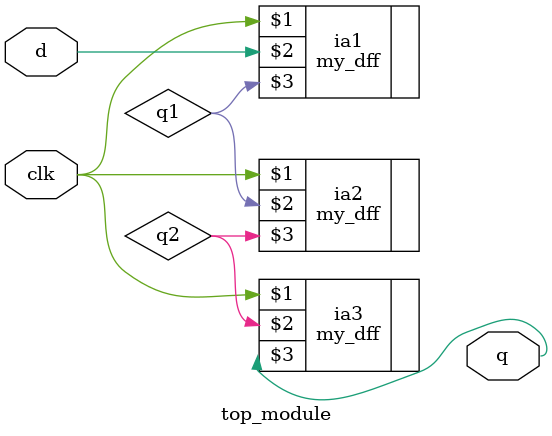
<source format=v>
module top_module ( input clk, input d, output q );
 wire q1,q2;
    my_dff ia1(clk, d, q1);
    my_dff ia2(clk, q1, q2);
    my_dff ia3(clk, q2, q);
endmodule

</source>
